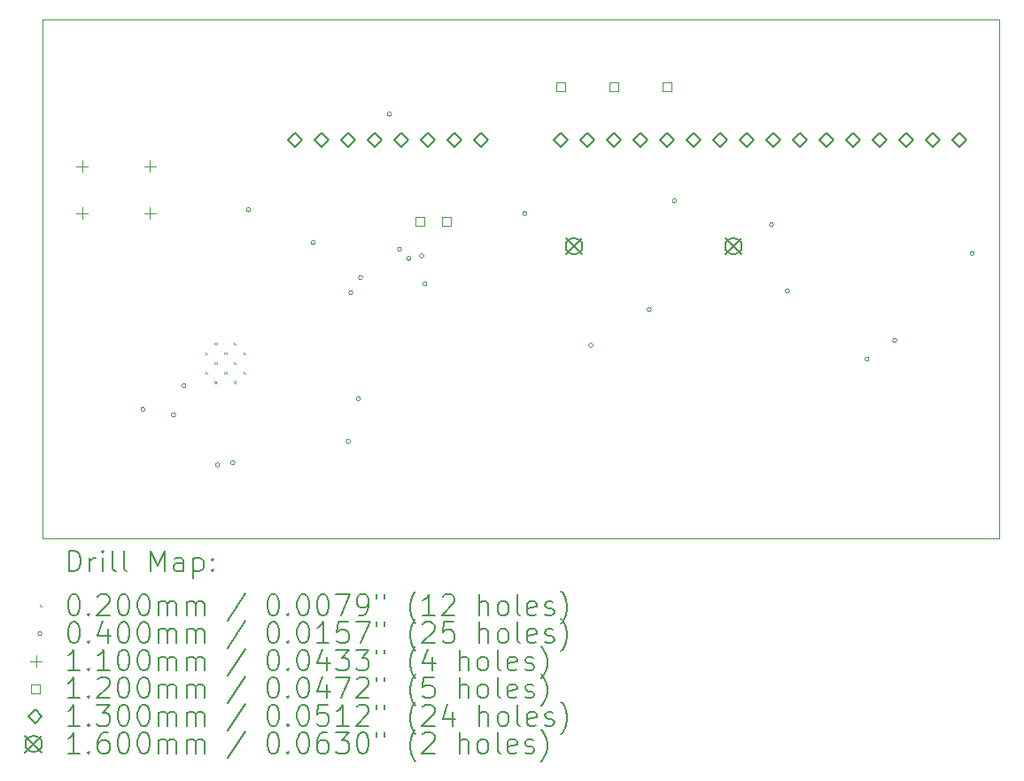
<source format=gbr>
%TF.GenerationSoftware,KiCad,Pcbnew,(6.0.8)*%
%TF.CreationDate,2022-12-01T23:19:17-05:00*%
%TF.ProjectId,HardwareDesign,48617264-7761-4726-9544-657369676e2e,1.0.*%
%TF.SameCoordinates,Original*%
%TF.FileFunction,Drillmap*%
%TF.FilePolarity,Positive*%
%FSLAX45Y45*%
G04 Gerber Fmt 4.5, Leading zero omitted, Abs format (unit mm)*
G04 Created by KiCad (PCBNEW (6.0.8)) date 2022-12-01 23:19:17*
%MOMM*%
%LPD*%
G01*
G04 APERTURE LIST*
%ADD10C,0.100000*%
%ADD11C,0.200000*%
%ADD12C,0.020000*%
%ADD13C,0.040000*%
%ADD14C,0.110000*%
%ADD15C,0.120000*%
%ADD16C,0.130000*%
%ADD17C,0.160000*%
G04 APERTURE END LIST*
D10*
X11938000Y-7482840D02*
X11940540Y-12443460D01*
X11940540Y-12443460D02*
X21084540Y-12446000D01*
X21082000Y-7485380D02*
X11938000Y-7482840D01*
X21084540Y-12446000D02*
X21082000Y-7485380D01*
D11*
D12*
X13492500Y-10666250D02*
X13512500Y-10686250D01*
X13512500Y-10666250D02*
X13492500Y-10686250D01*
X13492500Y-10849750D02*
X13512500Y-10869750D01*
X13512500Y-10849750D02*
X13492500Y-10869750D01*
X13584250Y-10574500D02*
X13604250Y-10594500D01*
X13604250Y-10574500D02*
X13584250Y-10594500D01*
X13584250Y-10758000D02*
X13604250Y-10778000D01*
X13604250Y-10758000D02*
X13584250Y-10778000D01*
X13584250Y-10941500D02*
X13604250Y-10961500D01*
X13604250Y-10941500D02*
X13584250Y-10961500D01*
X13676000Y-10666250D02*
X13696000Y-10686250D01*
X13696000Y-10666250D02*
X13676000Y-10686250D01*
X13676000Y-10849750D02*
X13696000Y-10869750D01*
X13696000Y-10849750D02*
X13676000Y-10869750D01*
X13767750Y-10574500D02*
X13787750Y-10594500D01*
X13787750Y-10574500D02*
X13767750Y-10594500D01*
X13767750Y-10758000D02*
X13787750Y-10778000D01*
X13787750Y-10758000D02*
X13767750Y-10778000D01*
X13767750Y-10941500D02*
X13787750Y-10961500D01*
X13787750Y-10941500D02*
X13767750Y-10961500D01*
X13859500Y-10666250D02*
X13879500Y-10686250D01*
X13879500Y-10666250D02*
X13859500Y-10686250D01*
X13859500Y-10849750D02*
X13879500Y-10869750D01*
X13879500Y-10849750D02*
X13859500Y-10869750D01*
D13*
X12918120Y-11211560D02*
G75*
G03*
X12918120Y-11211560I-20000J0D01*
G01*
X13210000Y-11262580D02*
G75*
G03*
X13210000Y-11262580I-20000J0D01*
G01*
X13309280Y-10985500D02*
G75*
G03*
X13309280Y-10985500I-20000J0D01*
G01*
X13631860Y-11742420D02*
G75*
G03*
X13631860Y-11742420I-20000J0D01*
G01*
X13776640Y-11722100D02*
G75*
G03*
X13776640Y-11722100I-20000J0D01*
G01*
X13926500Y-9304020D02*
G75*
G03*
X13926500Y-9304020I-20000J0D01*
G01*
X14546260Y-9616440D02*
G75*
G03*
X14546260Y-9616440I-20000J0D01*
G01*
X14881540Y-11518900D02*
G75*
G03*
X14881540Y-11518900I-20000J0D01*
G01*
X14904400Y-10096500D02*
G75*
G03*
X14904400Y-10096500I-20000J0D01*
G01*
X14978060Y-11109960D02*
G75*
G03*
X14978060Y-11109960I-20000J0D01*
G01*
X14998380Y-9951720D02*
G75*
G03*
X14998380Y-9951720I-20000J0D01*
G01*
X15272700Y-8389620D02*
G75*
G03*
X15272700Y-8389620I-20000J0D01*
G01*
X15371027Y-9682480D02*
G75*
G03*
X15371027Y-9682480I-20000J0D01*
G01*
X15458120Y-9768840D02*
G75*
G03*
X15458120Y-9768840I-20000J0D01*
G01*
X15582580Y-9745980D02*
G75*
G03*
X15582580Y-9745980I-20000J0D01*
G01*
X15613060Y-10010150D02*
G75*
G03*
X15613060Y-10010150I-20000J0D01*
G01*
X16568100Y-9339580D02*
G75*
G03*
X16568100Y-9339580I-20000J0D01*
G01*
X17199000Y-10600980D02*
G75*
G03*
X17199000Y-10600980I-20000J0D01*
G01*
X17756820Y-10256520D02*
G75*
G03*
X17756820Y-10256520I-20000J0D01*
G01*
X17998120Y-9217660D02*
G75*
G03*
X17998120Y-9217660I-20000J0D01*
G01*
X18925220Y-9446260D02*
G75*
G03*
X18925220Y-9446260I-20000J0D01*
G01*
X19077620Y-10078720D02*
G75*
G03*
X19077620Y-10078720I-20000J0D01*
G01*
X19837080Y-10731500D02*
G75*
G03*
X19837080Y-10731500I-20000J0D01*
G01*
X20103780Y-10551160D02*
G75*
G03*
X20103780Y-10551160I-20000J0D01*
G01*
X20845460Y-9720580D02*
G75*
G03*
X20845460Y-9720580I-20000J0D01*
G01*
D14*
X12316580Y-8830980D02*
X12316580Y-8940980D01*
X12261580Y-8885980D02*
X12371580Y-8885980D01*
X12316580Y-9280980D02*
X12316580Y-9390980D01*
X12261580Y-9335980D02*
X12371580Y-9335980D01*
X12966580Y-8830980D02*
X12966580Y-8940980D01*
X12911580Y-8885980D02*
X13021580Y-8885980D01*
X12966580Y-9280980D02*
X12966580Y-9390980D01*
X12911580Y-9335980D02*
X13021580Y-9335980D01*
D15*
X15584687Y-9455667D02*
X15584687Y-9370813D01*
X15499833Y-9370813D01*
X15499833Y-9455667D01*
X15584687Y-9455667D01*
X15838687Y-9455667D02*
X15838687Y-9370813D01*
X15753833Y-9370813D01*
X15753833Y-9455667D01*
X15838687Y-9455667D01*
X16935967Y-8167887D02*
X16935967Y-8083033D01*
X16851113Y-8083033D01*
X16851113Y-8167887D01*
X16935967Y-8167887D01*
X17443967Y-8167887D02*
X17443967Y-8083033D01*
X17359113Y-8083033D01*
X17359113Y-8167887D01*
X17443967Y-8167887D01*
X17951967Y-8167887D02*
X17951967Y-8083033D01*
X17867113Y-8083033D01*
X17867113Y-8167887D01*
X17951967Y-8167887D01*
D16*
X14351000Y-8701000D02*
X14416000Y-8636000D01*
X14351000Y-8571000D01*
X14286000Y-8636000D01*
X14351000Y-8701000D01*
X14605000Y-8701000D02*
X14670000Y-8636000D01*
X14605000Y-8571000D01*
X14540000Y-8636000D01*
X14605000Y-8701000D01*
X14859000Y-8701000D02*
X14924000Y-8636000D01*
X14859000Y-8571000D01*
X14794000Y-8636000D01*
X14859000Y-8701000D01*
X15113000Y-8701000D02*
X15178000Y-8636000D01*
X15113000Y-8571000D01*
X15048000Y-8636000D01*
X15113000Y-8701000D01*
X15367000Y-8701000D02*
X15432000Y-8636000D01*
X15367000Y-8571000D01*
X15302000Y-8636000D01*
X15367000Y-8701000D01*
X15621000Y-8701000D02*
X15686000Y-8636000D01*
X15621000Y-8571000D01*
X15556000Y-8636000D01*
X15621000Y-8701000D01*
X15875000Y-8701000D02*
X15940000Y-8636000D01*
X15875000Y-8571000D01*
X15810000Y-8636000D01*
X15875000Y-8701000D01*
X16129000Y-8701000D02*
X16194000Y-8636000D01*
X16129000Y-8571000D01*
X16064000Y-8636000D01*
X16129000Y-8701000D01*
X16891000Y-8701000D02*
X16956000Y-8636000D01*
X16891000Y-8571000D01*
X16826000Y-8636000D01*
X16891000Y-8701000D01*
X17145000Y-8701000D02*
X17210000Y-8636000D01*
X17145000Y-8571000D01*
X17080000Y-8636000D01*
X17145000Y-8701000D01*
X17399000Y-8701000D02*
X17464000Y-8636000D01*
X17399000Y-8571000D01*
X17334000Y-8636000D01*
X17399000Y-8701000D01*
X17653000Y-8701000D02*
X17718000Y-8636000D01*
X17653000Y-8571000D01*
X17588000Y-8636000D01*
X17653000Y-8701000D01*
X17907000Y-8701000D02*
X17972000Y-8636000D01*
X17907000Y-8571000D01*
X17842000Y-8636000D01*
X17907000Y-8701000D01*
X18161000Y-8701000D02*
X18226000Y-8636000D01*
X18161000Y-8571000D01*
X18096000Y-8636000D01*
X18161000Y-8701000D01*
X18415000Y-8701000D02*
X18480000Y-8636000D01*
X18415000Y-8571000D01*
X18350000Y-8636000D01*
X18415000Y-8701000D01*
X18669000Y-8701000D02*
X18734000Y-8636000D01*
X18669000Y-8571000D01*
X18604000Y-8636000D01*
X18669000Y-8701000D01*
X18923000Y-8701000D02*
X18988000Y-8636000D01*
X18923000Y-8571000D01*
X18858000Y-8636000D01*
X18923000Y-8701000D01*
X19177000Y-8701000D02*
X19242000Y-8636000D01*
X19177000Y-8571000D01*
X19112000Y-8636000D01*
X19177000Y-8701000D01*
X19431000Y-8701000D02*
X19496000Y-8636000D01*
X19431000Y-8571000D01*
X19366000Y-8636000D01*
X19431000Y-8701000D01*
X19685000Y-8701000D02*
X19750000Y-8636000D01*
X19685000Y-8571000D01*
X19620000Y-8636000D01*
X19685000Y-8701000D01*
X19939000Y-8701000D02*
X20004000Y-8636000D01*
X19939000Y-8571000D01*
X19874000Y-8636000D01*
X19939000Y-8701000D01*
X20193000Y-8701000D02*
X20258000Y-8636000D01*
X20193000Y-8571000D01*
X20128000Y-8636000D01*
X20193000Y-8701000D01*
X20447000Y-8701000D02*
X20512000Y-8636000D01*
X20447000Y-8571000D01*
X20382000Y-8636000D01*
X20447000Y-8701000D01*
X20701000Y-8701000D02*
X20766000Y-8636000D01*
X20701000Y-8571000D01*
X20636000Y-8636000D01*
X20701000Y-8701000D01*
D17*
X16938000Y-9572000D02*
X17098000Y-9732000D01*
X17098000Y-9572000D02*
X16938000Y-9732000D01*
X17098000Y-9652000D02*
G75*
G03*
X17098000Y-9652000I-80000J0D01*
G01*
X18462000Y-9572000D02*
X18622000Y-9732000D01*
X18622000Y-9572000D02*
X18462000Y-9732000D01*
X18622000Y-9652000D02*
G75*
G03*
X18622000Y-9652000I-80000J0D01*
G01*
D11*
X12190619Y-12761476D02*
X12190619Y-12561476D01*
X12238238Y-12561476D01*
X12266809Y-12571000D01*
X12285857Y-12590048D01*
X12295381Y-12609095D01*
X12304905Y-12647190D01*
X12304905Y-12675762D01*
X12295381Y-12713857D01*
X12285857Y-12732905D01*
X12266809Y-12751952D01*
X12238238Y-12761476D01*
X12190619Y-12761476D01*
X12390619Y-12761476D02*
X12390619Y-12628143D01*
X12390619Y-12666238D02*
X12400143Y-12647190D01*
X12409667Y-12637667D01*
X12428714Y-12628143D01*
X12447762Y-12628143D01*
X12514428Y-12761476D02*
X12514428Y-12628143D01*
X12514428Y-12561476D02*
X12504905Y-12571000D01*
X12514428Y-12580524D01*
X12523952Y-12571000D01*
X12514428Y-12561476D01*
X12514428Y-12580524D01*
X12638238Y-12761476D02*
X12619190Y-12751952D01*
X12609667Y-12732905D01*
X12609667Y-12561476D01*
X12743000Y-12761476D02*
X12723952Y-12751952D01*
X12714428Y-12732905D01*
X12714428Y-12561476D01*
X12971571Y-12761476D02*
X12971571Y-12561476D01*
X13038238Y-12704333D01*
X13104905Y-12561476D01*
X13104905Y-12761476D01*
X13285857Y-12761476D02*
X13285857Y-12656714D01*
X13276333Y-12637667D01*
X13257286Y-12628143D01*
X13219190Y-12628143D01*
X13200143Y-12637667D01*
X13285857Y-12751952D02*
X13266809Y-12761476D01*
X13219190Y-12761476D01*
X13200143Y-12751952D01*
X13190619Y-12732905D01*
X13190619Y-12713857D01*
X13200143Y-12694809D01*
X13219190Y-12685286D01*
X13266809Y-12685286D01*
X13285857Y-12675762D01*
X13381095Y-12628143D02*
X13381095Y-12828143D01*
X13381095Y-12637667D02*
X13400143Y-12628143D01*
X13438238Y-12628143D01*
X13457286Y-12637667D01*
X13466809Y-12647190D01*
X13476333Y-12666238D01*
X13476333Y-12723381D01*
X13466809Y-12742428D01*
X13457286Y-12751952D01*
X13438238Y-12761476D01*
X13400143Y-12761476D01*
X13381095Y-12751952D01*
X13562048Y-12742428D02*
X13571571Y-12751952D01*
X13562048Y-12761476D01*
X13552524Y-12751952D01*
X13562048Y-12742428D01*
X13562048Y-12761476D01*
X13562048Y-12637667D02*
X13571571Y-12647190D01*
X13562048Y-12656714D01*
X13552524Y-12647190D01*
X13562048Y-12637667D01*
X13562048Y-12656714D01*
D12*
X11913000Y-13081000D02*
X11933000Y-13101000D01*
X11933000Y-13081000D02*
X11913000Y-13101000D01*
D11*
X12228714Y-12981476D02*
X12247762Y-12981476D01*
X12266809Y-12991000D01*
X12276333Y-13000524D01*
X12285857Y-13019571D01*
X12295381Y-13057667D01*
X12295381Y-13105286D01*
X12285857Y-13143381D01*
X12276333Y-13162428D01*
X12266809Y-13171952D01*
X12247762Y-13181476D01*
X12228714Y-13181476D01*
X12209667Y-13171952D01*
X12200143Y-13162428D01*
X12190619Y-13143381D01*
X12181095Y-13105286D01*
X12181095Y-13057667D01*
X12190619Y-13019571D01*
X12200143Y-13000524D01*
X12209667Y-12991000D01*
X12228714Y-12981476D01*
X12381095Y-13162428D02*
X12390619Y-13171952D01*
X12381095Y-13181476D01*
X12371571Y-13171952D01*
X12381095Y-13162428D01*
X12381095Y-13181476D01*
X12466809Y-13000524D02*
X12476333Y-12991000D01*
X12495381Y-12981476D01*
X12543000Y-12981476D01*
X12562048Y-12991000D01*
X12571571Y-13000524D01*
X12581095Y-13019571D01*
X12581095Y-13038619D01*
X12571571Y-13067190D01*
X12457286Y-13181476D01*
X12581095Y-13181476D01*
X12704905Y-12981476D02*
X12723952Y-12981476D01*
X12743000Y-12991000D01*
X12752524Y-13000524D01*
X12762048Y-13019571D01*
X12771571Y-13057667D01*
X12771571Y-13105286D01*
X12762048Y-13143381D01*
X12752524Y-13162428D01*
X12743000Y-13171952D01*
X12723952Y-13181476D01*
X12704905Y-13181476D01*
X12685857Y-13171952D01*
X12676333Y-13162428D01*
X12666809Y-13143381D01*
X12657286Y-13105286D01*
X12657286Y-13057667D01*
X12666809Y-13019571D01*
X12676333Y-13000524D01*
X12685857Y-12991000D01*
X12704905Y-12981476D01*
X12895381Y-12981476D02*
X12914428Y-12981476D01*
X12933476Y-12991000D01*
X12943000Y-13000524D01*
X12952524Y-13019571D01*
X12962048Y-13057667D01*
X12962048Y-13105286D01*
X12952524Y-13143381D01*
X12943000Y-13162428D01*
X12933476Y-13171952D01*
X12914428Y-13181476D01*
X12895381Y-13181476D01*
X12876333Y-13171952D01*
X12866809Y-13162428D01*
X12857286Y-13143381D01*
X12847762Y-13105286D01*
X12847762Y-13057667D01*
X12857286Y-13019571D01*
X12866809Y-13000524D01*
X12876333Y-12991000D01*
X12895381Y-12981476D01*
X13047762Y-13181476D02*
X13047762Y-13048143D01*
X13047762Y-13067190D02*
X13057286Y-13057667D01*
X13076333Y-13048143D01*
X13104905Y-13048143D01*
X13123952Y-13057667D01*
X13133476Y-13076714D01*
X13133476Y-13181476D01*
X13133476Y-13076714D02*
X13143000Y-13057667D01*
X13162048Y-13048143D01*
X13190619Y-13048143D01*
X13209667Y-13057667D01*
X13219190Y-13076714D01*
X13219190Y-13181476D01*
X13314428Y-13181476D02*
X13314428Y-13048143D01*
X13314428Y-13067190D02*
X13323952Y-13057667D01*
X13343000Y-13048143D01*
X13371571Y-13048143D01*
X13390619Y-13057667D01*
X13400143Y-13076714D01*
X13400143Y-13181476D01*
X13400143Y-13076714D02*
X13409667Y-13057667D01*
X13428714Y-13048143D01*
X13457286Y-13048143D01*
X13476333Y-13057667D01*
X13485857Y-13076714D01*
X13485857Y-13181476D01*
X13876333Y-12971952D02*
X13704905Y-13229095D01*
X14133476Y-12981476D02*
X14152524Y-12981476D01*
X14171571Y-12991000D01*
X14181095Y-13000524D01*
X14190619Y-13019571D01*
X14200143Y-13057667D01*
X14200143Y-13105286D01*
X14190619Y-13143381D01*
X14181095Y-13162428D01*
X14171571Y-13171952D01*
X14152524Y-13181476D01*
X14133476Y-13181476D01*
X14114428Y-13171952D01*
X14104905Y-13162428D01*
X14095381Y-13143381D01*
X14085857Y-13105286D01*
X14085857Y-13057667D01*
X14095381Y-13019571D01*
X14104905Y-13000524D01*
X14114428Y-12991000D01*
X14133476Y-12981476D01*
X14285857Y-13162428D02*
X14295381Y-13171952D01*
X14285857Y-13181476D01*
X14276333Y-13171952D01*
X14285857Y-13162428D01*
X14285857Y-13181476D01*
X14419190Y-12981476D02*
X14438238Y-12981476D01*
X14457286Y-12991000D01*
X14466809Y-13000524D01*
X14476333Y-13019571D01*
X14485857Y-13057667D01*
X14485857Y-13105286D01*
X14476333Y-13143381D01*
X14466809Y-13162428D01*
X14457286Y-13171952D01*
X14438238Y-13181476D01*
X14419190Y-13181476D01*
X14400143Y-13171952D01*
X14390619Y-13162428D01*
X14381095Y-13143381D01*
X14371571Y-13105286D01*
X14371571Y-13057667D01*
X14381095Y-13019571D01*
X14390619Y-13000524D01*
X14400143Y-12991000D01*
X14419190Y-12981476D01*
X14609667Y-12981476D02*
X14628714Y-12981476D01*
X14647762Y-12991000D01*
X14657286Y-13000524D01*
X14666809Y-13019571D01*
X14676333Y-13057667D01*
X14676333Y-13105286D01*
X14666809Y-13143381D01*
X14657286Y-13162428D01*
X14647762Y-13171952D01*
X14628714Y-13181476D01*
X14609667Y-13181476D01*
X14590619Y-13171952D01*
X14581095Y-13162428D01*
X14571571Y-13143381D01*
X14562048Y-13105286D01*
X14562048Y-13057667D01*
X14571571Y-13019571D01*
X14581095Y-13000524D01*
X14590619Y-12991000D01*
X14609667Y-12981476D01*
X14743000Y-12981476D02*
X14876333Y-12981476D01*
X14790619Y-13181476D01*
X14962048Y-13181476D02*
X15000143Y-13181476D01*
X15019190Y-13171952D01*
X15028714Y-13162428D01*
X15047762Y-13133857D01*
X15057286Y-13095762D01*
X15057286Y-13019571D01*
X15047762Y-13000524D01*
X15038238Y-12991000D01*
X15019190Y-12981476D01*
X14981095Y-12981476D01*
X14962048Y-12991000D01*
X14952524Y-13000524D01*
X14943000Y-13019571D01*
X14943000Y-13067190D01*
X14952524Y-13086238D01*
X14962048Y-13095762D01*
X14981095Y-13105286D01*
X15019190Y-13105286D01*
X15038238Y-13095762D01*
X15047762Y-13086238D01*
X15057286Y-13067190D01*
X15133476Y-12981476D02*
X15133476Y-13019571D01*
X15209667Y-12981476D02*
X15209667Y-13019571D01*
X15504905Y-13257667D02*
X15495381Y-13248143D01*
X15476333Y-13219571D01*
X15466809Y-13200524D01*
X15457286Y-13171952D01*
X15447762Y-13124333D01*
X15447762Y-13086238D01*
X15457286Y-13038619D01*
X15466809Y-13010048D01*
X15476333Y-12991000D01*
X15495381Y-12962428D01*
X15504905Y-12952905D01*
X15685857Y-13181476D02*
X15571571Y-13181476D01*
X15628714Y-13181476D02*
X15628714Y-12981476D01*
X15609667Y-13010048D01*
X15590619Y-13029095D01*
X15571571Y-13038619D01*
X15762048Y-13000524D02*
X15771571Y-12991000D01*
X15790619Y-12981476D01*
X15838238Y-12981476D01*
X15857286Y-12991000D01*
X15866809Y-13000524D01*
X15876333Y-13019571D01*
X15876333Y-13038619D01*
X15866809Y-13067190D01*
X15752524Y-13181476D01*
X15876333Y-13181476D01*
X16114428Y-13181476D02*
X16114428Y-12981476D01*
X16200143Y-13181476D02*
X16200143Y-13076714D01*
X16190619Y-13057667D01*
X16171571Y-13048143D01*
X16143000Y-13048143D01*
X16123952Y-13057667D01*
X16114428Y-13067190D01*
X16323952Y-13181476D02*
X16304905Y-13171952D01*
X16295381Y-13162428D01*
X16285857Y-13143381D01*
X16285857Y-13086238D01*
X16295381Y-13067190D01*
X16304905Y-13057667D01*
X16323952Y-13048143D01*
X16352524Y-13048143D01*
X16371571Y-13057667D01*
X16381095Y-13067190D01*
X16390619Y-13086238D01*
X16390619Y-13143381D01*
X16381095Y-13162428D01*
X16371571Y-13171952D01*
X16352524Y-13181476D01*
X16323952Y-13181476D01*
X16504905Y-13181476D02*
X16485857Y-13171952D01*
X16476333Y-13152905D01*
X16476333Y-12981476D01*
X16657286Y-13171952D02*
X16638238Y-13181476D01*
X16600143Y-13181476D01*
X16581095Y-13171952D01*
X16571571Y-13152905D01*
X16571571Y-13076714D01*
X16581095Y-13057667D01*
X16600143Y-13048143D01*
X16638238Y-13048143D01*
X16657286Y-13057667D01*
X16666809Y-13076714D01*
X16666809Y-13095762D01*
X16571571Y-13114809D01*
X16743000Y-13171952D02*
X16762048Y-13181476D01*
X16800143Y-13181476D01*
X16819190Y-13171952D01*
X16828714Y-13152905D01*
X16828714Y-13143381D01*
X16819190Y-13124333D01*
X16800143Y-13114809D01*
X16771571Y-13114809D01*
X16752524Y-13105286D01*
X16743000Y-13086238D01*
X16743000Y-13076714D01*
X16752524Y-13057667D01*
X16771571Y-13048143D01*
X16800143Y-13048143D01*
X16819190Y-13057667D01*
X16895381Y-13257667D02*
X16904905Y-13248143D01*
X16923952Y-13219571D01*
X16933476Y-13200524D01*
X16943000Y-13171952D01*
X16952524Y-13124333D01*
X16952524Y-13086238D01*
X16943000Y-13038619D01*
X16933476Y-13010048D01*
X16923952Y-12991000D01*
X16904905Y-12962428D01*
X16895381Y-12952905D01*
D13*
X11933000Y-13355000D02*
G75*
G03*
X11933000Y-13355000I-20000J0D01*
G01*
D11*
X12228714Y-13245476D02*
X12247762Y-13245476D01*
X12266809Y-13255000D01*
X12276333Y-13264524D01*
X12285857Y-13283571D01*
X12295381Y-13321667D01*
X12295381Y-13369286D01*
X12285857Y-13407381D01*
X12276333Y-13426428D01*
X12266809Y-13435952D01*
X12247762Y-13445476D01*
X12228714Y-13445476D01*
X12209667Y-13435952D01*
X12200143Y-13426428D01*
X12190619Y-13407381D01*
X12181095Y-13369286D01*
X12181095Y-13321667D01*
X12190619Y-13283571D01*
X12200143Y-13264524D01*
X12209667Y-13255000D01*
X12228714Y-13245476D01*
X12381095Y-13426428D02*
X12390619Y-13435952D01*
X12381095Y-13445476D01*
X12371571Y-13435952D01*
X12381095Y-13426428D01*
X12381095Y-13445476D01*
X12562048Y-13312143D02*
X12562048Y-13445476D01*
X12514428Y-13235952D02*
X12466809Y-13378809D01*
X12590619Y-13378809D01*
X12704905Y-13245476D02*
X12723952Y-13245476D01*
X12743000Y-13255000D01*
X12752524Y-13264524D01*
X12762048Y-13283571D01*
X12771571Y-13321667D01*
X12771571Y-13369286D01*
X12762048Y-13407381D01*
X12752524Y-13426428D01*
X12743000Y-13435952D01*
X12723952Y-13445476D01*
X12704905Y-13445476D01*
X12685857Y-13435952D01*
X12676333Y-13426428D01*
X12666809Y-13407381D01*
X12657286Y-13369286D01*
X12657286Y-13321667D01*
X12666809Y-13283571D01*
X12676333Y-13264524D01*
X12685857Y-13255000D01*
X12704905Y-13245476D01*
X12895381Y-13245476D02*
X12914428Y-13245476D01*
X12933476Y-13255000D01*
X12943000Y-13264524D01*
X12952524Y-13283571D01*
X12962048Y-13321667D01*
X12962048Y-13369286D01*
X12952524Y-13407381D01*
X12943000Y-13426428D01*
X12933476Y-13435952D01*
X12914428Y-13445476D01*
X12895381Y-13445476D01*
X12876333Y-13435952D01*
X12866809Y-13426428D01*
X12857286Y-13407381D01*
X12847762Y-13369286D01*
X12847762Y-13321667D01*
X12857286Y-13283571D01*
X12866809Y-13264524D01*
X12876333Y-13255000D01*
X12895381Y-13245476D01*
X13047762Y-13445476D02*
X13047762Y-13312143D01*
X13047762Y-13331190D02*
X13057286Y-13321667D01*
X13076333Y-13312143D01*
X13104905Y-13312143D01*
X13123952Y-13321667D01*
X13133476Y-13340714D01*
X13133476Y-13445476D01*
X13133476Y-13340714D02*
X13143000Y-13321667D01*
X13162048Y-13312143D01*
X13190619Y-13312143D01*
X13209667Y-13321667D01*
X13219190Y-13340714D01*
X13219190Y-13445476D01*
X13314428Y-13445476D02*
X13314428Y-13312143D01*
X13314428Y-13331190D02*
X13323952Y-13321667D01*
X13343000Y-13312143D01*
X13371571Y-13312143D01*
X13390619Y-13321667D01*
X13400143Y-13340714D01*
X13400143Y-13445476D01*
X13400143Y-13340714D02*
X13409667Y-13321667D01*
X13428714Y-13312143D01*
X13457286Y-13312143D01*
X13476333Y-13321667D01*
X13485857Y-13340714D01*
X13485857Y-13445476D01*
X13876333Y-13235952D02*
X13704905Y-13493095D01*
X14133476Y-13245476D02*
X14152524Y-13245476D01*
X14171571Y-13255000D01*
X14181095Y-13264524D01*
X14190619Y-13283571D01*
X14200143Y-13321667D01*
X14200143Y-13369286D01*
X14190619Y-13407381D01*
X14181095Y-13426428D01*
X14171571Y-13435952D01*
X14152524Y-13445476D01*
X14133476Y-13445476D01*
X14114428Y-13435952D01*
X14104905Y-13426428D01*
X14095381Y-13407381D01*
X14085857Y-13369286D01*
X14085857Y-13321667D01*
X14095381Y-13283571D01*
X14104905Y-13264524D01*
X14114428Y-13255000D01*
X14133476Y-13245476D01*
X14285857Y-13426428D02*
X14295381Y-13435952D01*
X14285857Y-13445476D01*
X14276333Y-13435952D01*
X14285857Y-13426428D01*
X14285857Y-13445476D01*
X14419190Y-13245476D02*
X14438238Y-13245476D01*
X14457286Y-13255000D01*
X14466809Y-13264524D01*
X14476333Y-13283571D01*
X14485857Y-13321667D01*
X14485857Y-13369286D01*
X14476333Y-13407381D01*
X14466809Y-13426428D01*
X14457286Y-13435952D01*
X14438238Y-13445476D01*
X14419190Y-13445476D01*
X14400143Y-13435952D01*
X14390619Y-13426428D01*
X14381095Y-13407381D01*
X14371571Y-13369286D01*
X14371571Y-13321667D01*
X14381095Y-13283571D01*
X14390619Y-13264524D01*
X14400143Y-13255000D01*
X14419190Y-13245476D01*
X14676333Y-13445476D02*
X14562048Y-13445476D01*
X14619190Y-13445476D02*
X14619190Y-13245476D01*
X14600143Y-13274048D01*
X14581095Y-13293095D01*
X14562048Y-13302619D01*
X14857286Y-13245476D02*
X14762048Y-13245476D01*
X14752524Y-13340714D01*
X14762048Y-13331190D01*
X14781095Y-13321667D01*
X14828714Y-13321667D01*
X14847762Y-13331190D01*
X14857286Y-13340714D01*
X14866809Y-13359762D01*
X14866809Y-13407381D01*
X14857286Y-13426428D01*
X14847762Y-13435952D01*
X14828714Y-13445476D01*
X14781095Y-13445476D01*
X14762048Y-13435952D01*
X14752524Y-13426428D01*
X14933476Y-13245476D02*
X15066809Y-13245476D01*
X14981095Y-13445476D01*
X15133476Y-13245476D02*
X15133476Y-13283571D01*
X15209667Y-13245476D02*
X15209667Y-13283571D01*
X15504905Y-13521667D02*
X15495381Y-13512143D01*
X15476333Y-13483571D01*
X15466809Y-13464524D01*
X15457286Y-13435952D01*
X15447762Y-13388333D01*
X15447762Y-13350238D01*
X15457286Y-13302619D01*
X15466809Y-13274048D01*
X15476333Y-13255000D01*
X15495381Y-13226428D01*
X15504905Y-13216905D01*
X15571571Y-13264524D02*
X15581095Y-13255000D01*
X15600143Y-13245476D01*
X15647762Y-13245476D01*
X15666809Y-13255000D01*
X15676333Y-13264524D01*
X15685857Y-13283571D01*
X15685857Y-13302619D01*
X15676333Y-13331190D01*
X15562048Y-13445476D01*
X15685857Y-13445476D01*
X15866809Y-13245476D02*
X15771571Y-13245476D01*
X15762048Y-13340714D01*
X15771571Y-13331190D01*
X15790619Y-13321667D01*
X15838238Y-13321667D01*
X15857286Y-13331190D01*
X15866809Y-13340714D01*
X15876333Y-13359762D01*
X15876333Y-13407381D01*
X15866809Y-13426428D01*
X15857286Y-13435952D01*
X15838238Y-13445476D01*
X15790619Y-13445476D01*
X15771571Y-13435952D01*
X15762048Y-13426428D01*
X16114428Y-13445476D02*
X16114428Y-13245476D01*
X16200143Y-13445476D02*
X16200143Y-13340714D01*
X16190619Y-13321667D01*
X16171571Y-13312143D01*
X16143000Y-13312143D01*
X16123952Y-13321667D01*
X16114428Y-13331190D01*
X16323952Y-13445476D02*
X16304905Y-13435952D01*
X16295381Y-13426428D01*
X16285857Y-13407381D01*
X16285857Y-13350238D01*
X16295381Y-13331190D01*
X16304905Y-13321667D01*
X16323952Y-13312143D01*
X16352524Y-13312143D01*
X16371571Y-13321667D01*
X16381095Y-13331190D01*
X16390619Y-13350238D01*
X16390619Y-13407381D01*
X16381095Y-13426428D01*
X16371571Y-13435952D01*
X16352524Y-13445476D01*
X16323952Y-13445476D01*
X16504905Y-13445476D02*
X16485857Y-13435952D01*
X16476333Y-13416905D01*
X16476333Y-13245476D01*
X16657286Y-13435952D02*
X16638238Y-13445476D01*
X16600143Y-13445476D01*
X16581095Y-13435952D01*
X16571571Y-13416905D01*
X16571571Y-13340714D01*
X16581095Y-13321667D01*
X16600143Y-13312143D01*
X16638238Y-13312143D01*
X16657286Y-13321667D01*
X16666809Y-13340714D01*
X16666809Y-13359762D01*
X16571571Y-13378809D01*
X16743000Y-13435952D02*
X16762048Y-13445476D01*
X16800143Y-13445476D01*
X16819190Y-13435952D01*
X16828714Y-13416905D01*
X16828714Y-13407381D01*
X16819190Y-13388333D01*
X16800143Y-13378809D01*
X16771571Y-13378809D01*
X16752524Y-13369286D01*
X16743000Y-13350238D01*
X16743000Y-13340714D01*
X16752524Y-13321667D01*
X16771571Y-13312143D01*
X16800143Y-13312143D01*
X16819190Y-13321667D01*
X16895381Y-13521667D02*
X16904905Y-13512143D01*
X16923952Y-13483571D01*
X16933476Y-13464524D01*
X16943000Y-13435952D01*
X16952524Y-13388333D01*
X16952524Y-13350238D01*
X16943000Y-13302619D01*
X16933476Y-13274048D01*
X16923952Y-13255000D01*
X16904905Y-13226428D01*
X16895381Y-13216905D01*
D14*
X11878000Y-13564000D02*
X11878000Y-13674000D01*
X11823000Y-13619000D02*
X11933000Y-13619000D01*
D11*
X12295381Y-13709476D02*
X12181095Y-13709476D01*
X12238238Y-13709476D02*
X12238238Y-13509476D01*
X12219190Y-13538048D01*
X12200143Y-13557095D01*
X12181095Y-13566619D01*
X12381095Y-13690428D02*
X12390619Y-13699952D01*
X12381095Y-13709476D01*
X12371571Y-13699952D01*
X12381095Y-13690428D01*
X12381095Y-13709476D01*
X12581095Y-13709476D02*
X12466809Y-13709476D01*
X12523952Y-13709476D02*
X12523952Y-13509476D01*
X12504905Y-13538048D01*
X12485857Y-13557095D01*
X12466809Y-13566619D01*
X12704905Y-13509476D02*
X12723952Y-13509476D01*
X12743000Y-13519000D01*
X12752524Y-13528524D01*
X12762048Y-13547571D01*
X12771571Y-13585667D01*
X12771571Y-13633286D01*
X12762048Y-13671381D01*
X12752524Y-13690428D01*
X12743000Y-13699952D01*
X12723952Y-13709476D01*
X12704905Y-13709476D01*
X12685857Y-13699952D01*
X12676333Y-13690428D01*
X12666809Y-13671381D01*
X12657286Y-13633286D01*
X12657286Y-13585667D01*
X12666809Y-13547571D01*
X12676333Y-13528524D01*
X12685857Y-13519000D01*
X12704905Y-13509476D01*
X12895381Y-13509476D02*
X12914428Y-13509476D01*
X12933476Y-13519000D01*
X12943000Y-13528524D01*
X12952524Y-13547571D01*
X12962048Y-13585667D01*
X12962048Y-13633286D01*
X12952524Y-13671381D01*
X12943000Y-13690428D01*
X12933476Y-13699952D01*
X12914428Y-13709476D01*
X12895381Y-13709476D01*
X12876333Y-13699952D01*
X12866809Y-13690428D01*
X12857286Y-13671381D01*
X12847762Y-13633286D01*
X12847762Y-13585667D01*
X12857286Y-13547571D01*
X12866809Y-13528524D01*
X12876333Y-13519000D01*
X12895381Y-13509476D01*
X13047762Y-13709476D02*
X13047762Y-13576143D01*
X13047762Y-13595190D02*
X13057286Y-13585667D01*
X13076333Y-13576143D01*
X13104905Y-13576143D01*
X13123952Y-13585667D01*
X13133476Y-13604714D01*
X13133476Y-13709476D01*
X13133476Y-13604714D02*
X13143000Y-13585667D01*
X13162048Y-13576143D01*
X13190619Y-13576143D01*
X13209667Y-13585667D01*
X13219190Y-13604714D01*
X13219190Y-13709476D01*
X13314428Y-13709476D02*
X13314428Y-13576143D01*
X13314428Y-13595190D02*
X13323952Y-13585667D01*
X13343000Y-13576143D01*
X13371571Y-13576143D01*
X13390619Y-13585667D01*
X13400143Y-13604714D01*
X13400143Y-13709476D01*
X13400143Y-13604714D02*
X13409667Y-13585667D01*
X13428714Y-13576143D01*
X13457286Y-13576143D01*
X13476333Y-13585667D01*
X13485857Y-13604714D01*
X13485857Y-13709476D01*
X13876333Y-13499952D02*
X13704905Y-13757095D01*
X14133476Y-13509476D02*
X14152524Y-13509476D01*
X14171571Y-13519000D01*
X14181095Y-13528524D01*
X14190619Y-13547571D01*
X14200143Y-13585667D01*
X14200143Y-13633286D01*
X14190619Y-13671381D01*
X14181095Y-13690428D01*
X14171571Y-13699952D01*
X14152524Y-13709476D01*
X14133476Y-13709476D01*
X14114428Y-13699952D01*
X14104905Y-13690428D01*
X14095381Y-13671381D01*
X14085857Y-13633286D01*
X14085857Y-13585667D01*
X14095381Y-13547571D01*
X14104905Y-13528524D01*
X14114428Y-13519000D01*
X14133476Y-13509476D01*
X14285857Y-13690428D02*
X14295381Y-13699952D01*
X14285857Y-13709476D01*
X14276333Y-13699952D01*
X14285857Y-13690428D01*
X14285857Y-13709476D01*
X14419190Y-13509476D02*
X14438238Y-13509476D01*
X14457286Y-13519000D01*
X14466809Y-13528524D01*
X14476333Y-13547571D01*
X14485857Y-13585667D01*
X14485857Y-13633286D01*
X14476333Y-13671381D01*
X14466809Y-13690428D01*
X14457286Y-13699952D01*
X14438238Y-13709476D01*
X14419190Y-13709476D01*
X14400143Y-13699952D01*
X14390619Y-13690428D01*
X14381095Y-13671381D01*
X14371571Y-13633286D01*
X14371571Y-13585667D01*
X14381095Y-13547571D01*
X14390619Y-13528524D01*
X14400143Y-13519000D01*
X14419190Y-13509476D01*
X14657286Y-13576143D02*
X14657286Y-13709476D01*
X14609667Y-13499952D02*
X14562048Y-13642809D01*
X14685857Y-13642809D01*
X14743000Y-13509476D02*
X14866809Y-13509476D01*
X14800143Y-13585667D01*
X14828714Y-13585667D01*
X14847762Y-13595190D01*
X14857286Y-13604714D01*
X14866809Y-13623762D01*
X14866809Y-13671381D01*
X14857286Y-13690428D01*
X14847762Y-13699952D01*
X14828714Y-13709476D01*
X14771571Y-13709476D01*
X14752524Y-13699952D01*
X14743000Y-13690428D01*
X14933476Y-13509476D02*
X15057286Y-13509476D01*
X14990619Y-13585667D01*
X15019190Y-13585667D01*
X15038238Y-13595190D01*
X15047762Y-13604714D01*
X15057286Y-13623762D01*
X15057286Y-13671381D01*
X15047762Y-13690428D01*
X15038238Y-13699952D01*
X15019190Y-13709476D01*
X14962048Y-13709476D01*
X14943000Y-13699952D01*
X14933476Y-13690428D01*
X15133476Y-13509476D02*
X15133476Y-13547571D01*
X15209667Y-13509476D02*
X15209667Y-13547571D01*
X15504905Y-13785667D02*
X15495381Y-13776143D01*
X15476333Y-13747571D01*
X15466809Y-13728524D01*
X15457286Y-13699952D01*
X15447762Y-13652333D01*
X15447762Y-13614238D01*
X15457286Y-13566619D01*
X15466809Y-13538048D01*
X15476333Y-13519000D01*
X15495381Y-13490428D01*
X15504905Y-13480905D01*
X15666809Y-13576143D02*
X15666809Y-13709476D01*
X15619190Y-13499952D02*
X15571571Y-13642809D01*
X15695381Y-13642809D01*
X15923952Y-13709476D02*
X15923952Y-13509476D01*
X16009667Y-13709476D02*
X16009667Y-13604714D01*
X16000143Y-13585667D01*
X15981095Y-13576143D01*
X15952524Y-13576143D01*
X15933476Y-13585667D01*
X15923952Y-13595190D01*
X16133476Y-13709476D02*
X16114428Y-13699952D01*
X16104905Y-13690428D01*
X16095381Y-13671381D01*
X16095381Y-13614238D01*
X16104905Y-13595190D01*
X16114428Y-13585667D01*
X16133476Y-13576143D01*
X16162048Y-13576143D01*
X16181095Y-13585667D01*
X16190619Y-13595190D01*
X16200143Y-13614238D01*
X16200143Y-13671381D01*
X16190619Y-13690428D01*
X16181095Y-13699952D01*
X16162048Y-13709476D01*
X16133476Y-13709476D01*
X16314428Y-13709476D02*
X16295381Y-13699952D01*
X16285857Y-13680905D01*
X16285857Y-13509476D01*
X16466809Y-13699952D02*
X16447762Y-13709476D01*
X16409667Y-13709476D01*
X16390619Y-13699952D01*
X16381095Y-13680905D01*
X16381095Y-13604714D01*
X16390619Y-13585667D01*
X16409667Y-13576143D01*
X16447762Y-13576143D01*
X16466809Y-13585667D01*
X16476333Y-13604714D01*
X16476333Y-13623762D01*
X16381095Y-13642809D01*
X16552524Y-13699952D02*
X16571571Y-13709476D01*
X16609667Y-13709476D01*
X16628714Y-13699952D01*
X16638238Y-13680905D01*
X16638238Y-13671381D01*
X16628714Y-13652333D01*
X16609667Y-13642809D01*
X16581095Y-13642809D01*
X16562048Y-13633286D01*
X16552524Y-13614238D01*
X16552524Y-13604714D01*
X16562048Y-13585667D01*
X16581095Y-13576143D01*
X16609667Y-13576143D01*
X16628714Y-13585667D01*
X16704905Y-13785667D02*
X16714428Y-13776143D01*
X16733476Y-13747571D01*
X16743000Y-13728524D01*
X16752524Y-13699952D01*
X16762048Y-13652333D01*
X16762048Y-13614238D01*
X16752524Y-13566619D01*
X16743000Y-13538048D01*
X16733476Y-13519000D01*
X16714428Y-13490428D01*
X16704905Y-13480905D01*
D15*
X11915427Y-13925427D02*
X11915427Y-13840573D01*
X11830573Y-13840573D01*
X11830573Y-13925427D01*
X11915427Y-13925427D01*
D11*
X12295381Y-13973476D02*
X12181095Y-13973476D01*
X12238238Y-13973476D02*
X12238238Y-13773476D01*
X12219190Y-13802048D01*
X12200143Y-13821095D01*
X12181095Y-13830619D01*
X12381095Y-13954428D02*
X12390619Y-13963952D01*
X12381095Y-13973476D01*
X12371571Y-13963952D01*
X12381095Y-13954428D01*
X12381095Y-13973476D01*
X12466809Y-13792524D02*
X12476333Y-13783000D01*
X12495381Y-13773476D01*
X12543000Y-13773476D01*
X12562048Y-13783000D01*
X12571571Y-13792524D01*
X12581095Y-13811571D01*
X12581095Y-13830619D01*
X12571571Y-13859190D01*
X12457286Y-13973476D01*
X12581095Y-13973476D01*
X12704905Y-13773476D02*
X12723952Y-13773476D01*
X12743000Y-13783000D01*
X12752524Y-13792524D01*
X12762048Y-13811571D01*
X12771571Y-13849667D01*
X12771571Y-13897286D01*
X12762048Y-13935381D01*
X12752524Y-13954428D01*
X12743000Y-13963952D01*
X12723952Y-13973476D01*
X12704905Y-13973476D01*
X12685857Y-13963952D01*
X12676333Y-13954428D01*
X12666809Y-13935381D01*
X12657286Y-13897286D01*
X12657286Y-13849667D01*
X12666809Y-13811571D01*
X12676333Y-13792524D01*
X12685857Y-13783000D01*
X12704905Y-13773476D01*
X12895381Y-13773476D02*
X12914428Y-13773476D01*
X12933476Y-13783000D01*
X12943000Y-13792524D01*
X12952524Y-13811571D01*
X12962048Y-13849667D01*
X12962048Y-13897286D01*
X12952524Y-13935381D01*
X12943000Y-13954428D01*
X12933476Y-13963952D01*
X12914428Y-13973476D01*
X12895381Y-13973476D01*
X12876333Y-13963952D01*
X12866809Y-13954428D01*
X12857286Y-13935381D01*
X12847762Y-13897286D01*
X12847762Y-13849667D01*
X12857286Y-13811571D01*
X12866809Y-13792524D01*
X12876333Y-13783000D01*
X12895381Y-13773476D01*
X13047762Y-13973476D02*
X13047762Y-13840143D01*
X13047762Y-13859190D02*
X13057286Y-13849667D01*
X13076333Y-13840143D01*
X13104905Y-13840143D01*
X13123952Y-13849667D01*
X13133476Y-13868714D01*
X13133476Y-13973476D01*
X13133476Y-13868714D02*
X13143000Y-13849667D01*
X13162048Y-13840143D01*
X13190619Y-13840143D01*
X13209667Y-13849667D01*
X13219190Y-13868714D01*
X13219190Y-13973476D01*
X13314428Y-13973476D02*
X13314428Y-13840143D01*
X13314428Y-13859190D02*
X13323952Y-13849667D01*
X13343000Y-13840143D01*
X13371571Y-13840143D01*
X13390619Y-13849667D01*
X13400143Y-13868714D01*
X13400143Y-13973476D01*
X13400143Y-13868714D02*
X13409667Y-13849667D01*
X13428714Y-13840143D01*
X13457286Y-13840143D01*
X13476333Y-13849667D01*
X13485857Y-13868714D01*
X13485857Y-13973476D01*
X13876333Y-13763952D02*
X13704905Y-14021095D01*
X14133476Y-13773476D02*
X14152524Y-13773476D01*
X14171571Y-13783000D01*
X14181095Y-13792524D01*
X14190619Y-13811571D01*
X14200143Y-13849667D01*
X14200143Y-13897286D01*
X14190619Y-13935381D01*
X14181095Y-13954428D01*
X14171571Y-13963952D01*
X14152524Y-13973476D01*
X14133476Y-13973476D01*
X14114428Y-13963952D01*
X14104905Y-13954428D01*
X14095381Y-13935381D01*
X14085857Y-13897286D01*
X14085857Y-13849667D01*
X14095381Y-13811571D01*
X14104905Y-13792524D01*
X14114428Y-13783000D01*
X14133476Y-13773476D01*
X14285857Y-13954428D02*
X14295381Y-13963952D01*
X14285857Y-13973476D01*
X14276333Y-13963952D01*
X14285857Y-13954428D01*
X14285857Y-13973476D01*
X14419190Y-13773476D02*
X14438238Y-13773476D01*
X14457286Y-13783000D01*
X14466809Y-13792524D01*
X14476333Y-13811571D01*
X14485857Y-13849667D01*
X14485857Y-13897286D01*
X14476333Y-13935381D01*
X14466809Y-13954428D01*
X14457286Y-13963952D01*
X14438238Y-13973476D01*
X14419190Y-13973476D01*
X14400143Y-13963952D01*
X14390619Y-13954428D01*
X14381095Y-13935381D01*
X14371571Y-13897286D01*
X14371571Y-13849667D01*
X14381095Y-13811571D01*
X14390619Y-13792524D01*
X14400143Y-13783000D01*
X14419190Y-13773476D01*
X14657286Y-13840143D02*
X14657286Y-13973476D01*
X14609667Y-13763952D02*
X14562048Y-13906809D01*
X14685857Y-13906809D01*
X14743000Y-13773476D02*
X14876333Y-13773476D01*
X14790619Y-13973476D01*
X14943000Y-13792524D02*
X14952524Y-13783000D01*
X14971571Y-13773476D01*
X15019190Y-13773476D01*
X15038238Y-13783000D01*
X15047762Y-13792524D01*
X15057286Y-13811571D01*
X15057286Y-13830619D01*
X15047762Y-13859190D01*
X14933476Y-13973476D01*
X15057286Y-13973476D01*
X15133476Y-13773476D02*
X15133476Y-13811571D01*
X15209667Y-13773476D02*
X15209667Y-13811571D01*
X15504905Y-14049667D02*
X15495381Y-14040143D01*
X15476333Y-14011571D01*
X15466809Y-13992524D01*
X15457286Y-13963952D01*
X15447762Y-13916333D01*
X15447762Y-13878238D01*
X15457286Y-13830619D01*
X15466809Y-13802048D01*
X15476333Y-13783000D01*
X15495381Y-13754428D01*
X15504905Y-13744905D01*
X15676333Y-13773476D02*
X15581095Y-13773476D01*
X15571571Y-13868714D01*
X15581095Y-13859190D01*
X15600143Y-13849667D01*
X15647762Y-13849667D01*
X15666809Y-13859190D01*
X15676333Y-13868714D01*
X15685857Y-13887762D01*
X15685857Y-13935381D01*
X15676333Y-13954428D01*
X15666809Y-13963952D01*
X15647762Y-13973476D01*
X15600143Y-13973476D01*
X15581095Y-13963952D01*
X15571571Y-13954428D01*
X15923952Y-13973476D02*
X15923952Y-13773476D01*
X16009667Y-13973476D02*
X16009667Y-13868714D01*
X16000143Y-13849667D01*
X15981095Y-13840143D01*
X15952524Y-13840143D01*
X15933476Y-13849667D01*
X15923952Y-13859190D01*
X16133476Y-13973476D02*
X16114428Y-13963952D01*
X16104905Y-13954428D01*
X16095381Y-13935381D01*
X16095381Y-13878238D01*
X16104905Y-13859190D01*
X16114428Y-13849667D01*
X16133476Y-13840143D01*
X16162048Y-13840143D01*
X16181095Y-13849667D01*
X16190619Y-13859190D01*
X16200143Y-13878238D01*
X16200143Y-13935381D01*
X16190619Y-13954428D01*
X16181095Y-13963952D01*
X16162048Y-13973476D01*
X16133476Y-13973476D01*
X16314428Y-13973476D02*
X16295381Y-13963952D01*
X16285857Y-13944905D01*
X16285857Y-13773476D01*
X16466809Y-13963952D02*
X16447762Y-13973476D01*
X16409667Y-13973476D01*
X16390619Y-13963952D01*
X16381095Y-13944905D01*
X16381095Y-13868714D01*
X16390619Y-13849667D01*
X16409667Y-13840143D01*
X16447762Y-13840143D01*
X16466809Y-13849667D01*
X16476333Y-13868714D01*
X16476333Y-13887762D01*
X16381095Y-13906809D01*
X16552524Y-13963952D02*
X16571571Y-13973476D01*
X16609667Y-13973476D01*
X16628714Y-13963952D01*
X16638238Y-13944905D01*
X16638238Y-13935381D01*
X16628714Y-13916333D01*
X16609667Y-13906809D01*
X16581095Y-13906809D01*
X16562048Y-13897286D01*
X16552524Y-13878238D01*
X16552524Y-13868714D01*
X16562048Y-13849667D01*
X16581095Y-13840143D01*
X16609667Y-13840143D01*
X16628714Y-13849667D01*
X16704905Y-14049667D02*
X16714428Y-14040143D01*
X16733476Y-14011571D01*
X16743000Y-13992524D01*
X16752524Y-13963952D01*
X16762048Y-13916333D01*
X16762048Y-13878238D01*
X16752524Y-13830619D01*
X16743000Y-13802048D01*
X16733476Y-13783000D01*
X16714428Y-13754428D01*
X16704905Y-13744905D01*
D16*
X11868000Y-14212000D02*
X11933000Y-14147000D01*
X11868000Y-14082000D01*
X11803000Y-14147000D01*
X11868000Y-14212000D01*
D11*
X12295381Y-14237476D02*
X12181095Y-14237476D01*
X12238238Y-14237476D02*
X12238238Y-14037476D01*
X12219190Y-14066048D01*
X12200143Y-14085095D01*
X12181095Y-14094619D01*
X12381095Y-14218428D02*
X12390619Y-14227952D01*
X12381095Y-14237476D01*
X12371571Y-14227952D01*
X12381095Y-14218428D01*
X12381095Y-14237476D01*
X12457286Y-14037476D02*
X12581095Y-14037476D01*
X12514428Y-14113667D01*
X12543000Y-14113667D01*
X12562048Y-14123190D01*
X12571571Y-14132714D01*
X12581095Y-14151762D01*
X12581095Y-14199381D01*
X12571571Y-14218428D01*
X12562048Y-14227952D01*
X12543000Y-14237476D01*
X12485857Y-14237476D01*
X12466809Y-14227952D01*
X12457286Y-14218428D01*
X12704905Y-14037476D02*
X12723952Y-14037476D01*
X12743000Y-14047000D01*
X12752524Y-14056524D01*
X12762048Y-14075571D01*
X12771571Y-14113667D01*
X12771571Y-14161286D01*
X12762048Y-14199381D01*
X12752524Y-14218428D01*
X12743000Y-14227952D01*
X12723952Y-14237476D01*
X12704905Y-14237476D01*
X12685857Y-14227952D01*
X12676333Y-14218428D01*
X12666809Y-14199381D01*
X12657286Y-14161286D01*
X12657286Y-14113667D01*
X12666809Y-14075571D01*
X12676333Y-14056524D01*
X12685857Y-14047000D01*
X12704905Y-14037476D01*
X12895381Y-14037476D02*
X12914428Y-14037476D01*
X12933476Y-14047000D01*
X12943000Y-14056524D01*
X12952524Y-14075571D01*
X12962048Y-14113667D01*
X12962048Y-14161286D01*
X12952524Y-14199381D01*
X12943000Y-14218428D01*
X12933476Y-14227952D01*
X12914428Y-14237476D01*
X12895381Y-14237476D01*
X12876333Y-14227952D01*
X12866809Y-14218428D01*
X12857286Y-14199381D01*
X12847762Y-14161286D01*
X12847762Y-14113667D01*
X12857286Y-14075571D01*
X12866809Y-14056524D01*
X12876333Y-14047000D01*
X12895381Y-14037476D01*
X13047762Y-14237476D02*
X13047762Y-14104143D01*
X13047762Y-14123190D02*
X13057286Y-14113667D01*
X13076333Y-14104143D01*
X13104905Y-14104143D01*
X13123952Y-14113667D01*
X13133476Y-14132714D01*
X13133476Y-14237476D01*
X13133476Y-14132714D02*
X13143000Y-14113667D01*
X13162048Y-14104143D01*
X13190619Y-14104143D01*
X13209667Y-14113667D01*
X13219190Y-14132714D01*
X13219190Y-14237476D01*
X13314428Y-14237476D02*
X13314428Y-14104143D01*
X13314428Y-14123190D02*
X13323952Y-14113667D01*
X13343000Y-14104143D01*
X13371571Y-14104143D01*
X13390619Y-14113667D01*
X13400143Y-14132714D01*
X13400143Y-14237476D01*
X13400143Y-14132714D02*
X13409667Y-14113667D01*
X13428714Y-14104143D01*
X13457286Y-14104143D01*
X13476333Y-14113667D01*
X13485857Y-14132714D01*
X13485857Y-14237476D01*
X13876333Y-14027952D02*
X13704905Y-14285095D01*
X14133476Y-14037476D02*
X14152524Y-14037476D01*
X14171571Y-14047000D01*
X14181095Y-14056524D01*
X14190619Y-14075571D01*
X14200143Y-14113667D01*
X14200143Y-14161286D01*
X14190619Y-14199381D01*
X14181095Y-14218428D01*
X14171571Y-14227952D01*
X14152524Y-14237476D01*
X14133476Y-14237476D01*
X14114428Y-14227952D01*
X14104905Y-14218428D01*
X14095381Y-14199381D01*
X14085857Y-14161286D01*
X14085857Y-14113667D01*
X14095381Y-14075571D01*
X14104905Y-14056524D01*
X14114428Y-14047000D01*
X14133476Y-14037476D01*
X14285857Y-14218428D02*
X14295381Y-14227952D01*
X14285857Y-14237476D01*
X14276333Y-14227952D01*
X14285857Y-14218428D01*
X14285857Y-14237476D01*
X14419190Y-14037476D02*
X14438238Y-14037476D01*
X14457286Y-14047000D01*
X14466809Y-14056524D01*
X14476333Y-14075571D01*
X14485857Y-14113667D01*
X14485857Y-14161286D01*
X14476333Y-14199381D01*
X14466809Y-14218428D01*
X14457286Y-14227952D01*
X14438238Y-14237476D01*
X14419190Y-14237476D01*
X14400143Y-14227952D01*
X14390619Y-14218428D01*
X14381095Y-14199381D01*
X14371571Y-14161286D01*
X14371571Y-14113667D01*
X14381095Y-14075571D01*
X14390619Y-14056524D01*
X14400143Y-14047000D01*
X14419190Y-14037476D01*
X14666809Y-14037476D02*
X14571571Y-14037476D01*
X14562048Y-14132714D01*
X14571571Y-14123190D01*
X14590619Y-14113667D01*
X14638238Y-14113667D01*
X14657286Y-14123190D01*
X14666809Y-14132714D01*
X14676333Y-14151762D01*
X14676333Y-14199381D01*
X14666809Y-14218428D01*
X14657286Y-14227952D01*
X14638238Y-14237476D01*
X14590619Y-14237476D01*
X14571571Y-14227952D01*
X14562048Y-14218428D01*
X14866809Y-14237476D02*
X14752524Y-14237476D01*
X14809667Y-14237476D02*
X14809667Y-14037476D01*
X14790619Y-14066048D01*
X14771571Y-14085095D01*
X14752524Y-14094619D01*
X14943000Y-14056524D02*
X14952524Y-14047000D01*
X14971571Y-14037476D01*
X15019190Y-14037476D01*
X15038238Y-14047000D01*
X15047762Y-14056524D01*
X15057286Y-14075571D01*
X15057286Y-14094619D01*
X15047762Y-14123190D01*
X14933476Y-14237476D01*
X15057286Y-14237476D01*
X15133476Y-14037476D02*
X15133476Y-14075571D01*
X15209667Y-14037476D02*
X15209667Y-14075571D01*
X15504905Y-14313667D02*
X15495381Y-14304143D01*
X15476333Y-14275571D01*
X15466809Y-14256524D01*
X15457286Y-14227952D01*
X15447762Y-14180333D01*
X15447762Y-14142238D01*
X15457286Y-14094619D01*
X15466809Y-14066048D01*
X15476333Y-14047000D01*
X15495381Y-14018428D01*
X15504905Y-14008905D01*
X15571571Y-14056524D02*
X15581095Y-14047000D01*
X15600143Y-14037476D01*
X15647762Y-14037476D01*
X15666809Y-14047000D01*
X15676333Y-14056524D01*
X15685857Y-14075571D01*
X15685857Y-14094619D01*
X15676333Y-14123190D01*
X15562048Y-14237476D01*
X15685857Y-14237476D01*
X15857286Y-14104143D02*
X15857286Y-14237476D01*
X15809667Y-14027952D02*
X15762048Y-14170809D01*
X15885857Y-14170809D01*
X16114428Y-14237476D02*
X16114428Y-14037476D01*
X16200143Y-14237476D02*
X16200143Y-14132714D01*
X16190619Y-14113667D01*
X16171571Y-14104143D01*
X16143000Y-14104143D01*
X16123952Y-14113667D01*
X16114428Y-14123190D01*
X16323952Y-14237476D02*
X16304905Y-14227952D01*
X16295381Y-14218428D01*
X16285857Y-14199381D01*
X16285857Y-14142238D01*
X16295381Y-14123190D01*
X16304905Y-14113667D01*
X16323952Y-14104143D01*
X16352524Y-14104143D01*
X16371571Y-14113667D01*
X16381095Y-14123190D01*
X16390619Y-14142238D01*
X16390619Y-14199381D01*
X16381095Y-14218428D01*
X16371571Y-14227952D01*
X16352524Y-14237476D01*
X16323952Y-14237476D01*
X16504905Y-14237476D02*
X16485857Y-14227952D01*
X16476333Y-14208905D01*
X16476333Y-14037476D01*
X16657286Y-14227952D02*
X16638238Y-14237476D01*
X16600143Y-14237476D01*
X16581095Y-14227952D01*
X16571571Y-14208905D01*
X16571571Y-14132714D01*
X16581095Y-14113667D01*
X16600143Y-14104143D01*
X16638238Y-14104143D01*
X16657286Y-14113667D01*
X16666809Y-14132714D01*
X16666809Y-14151762D01*
X16571571Y-14170809D01*
X16743000Y-14227952D02*
X16762048Y-14237476D01*
X16800143Y-14237476D01*
X16819190Y-14227952D01*
X16828714Y-14208905D01*
X16828714Y-14199381D01*
X16819190Y-14180333D01*
X16800143Y-14170809D01*
X16771571Y-14170809D01*
X16752524Y-14161286D01*
X16743000Y-14142238D01*
X16743000Y-14132714D01*
X16752524Y-14113667D01*
X16771571Y-14104143D01*
X16800143Y-14104143D01*
X16819190Y-14113667D01*
X16895381Y-14313667D02*
X16904905Y-14304143D01*
X16923952Y-14275571D01*
X16933476Y-14256524D01*
X16943000Y-14227952D01*
X16952524Y-14180333D01*
X16952524Y-14142238D01*
X16943000Y-14094619D01*
X16933476Y-14066048D01*
X16923952Y-14047000D01*
X16904905Y-14018428D01*
X16895381Y-14008905D01*
D17*
X11773000Y-14331000D02*
X11933000Y-14491000D01*
X11933000Y-14331000D02*
X11773000Y-14491000D01*
X11933000Y-14411000D02*
G75*
G03*
X11933000Y-14411000I-80000J0D01*
G01*
D11*
X12295381Y-14501476D02*
X12181095Y-14501476D01*
X12238238Y-14501476D02*
X12238238Y-14301476D01*
X12219190Y-14330048D01*
X12200143Y-14349095D01*
X12181095Y-14358619D01*
X12381095Y-14482428D02*
X12390619Y-14491952D01*
X12381095Y-14501476D01*
X12371571Y-14491952D01*
X12381095Y-14482428D01*
X12381095Y-14501476D01*
X12562048Y-14301476D02*
X12523952Y-14301476D01*
X12504905Y-14311000D01*
X12495381Y-14320524D01*
X12476333Y-14349095D01*
X12466809Y-14387190D01*
X12466809Y-14463381D01*
X12476333Y-14482428D01*
X12485857Y-14491952D01*
X12504905Y-14501476D01*
X12543000Y-14501476D01*
X12562048Y-14491952D01*
X12571571Y-14482428D01*
X12581095Y-14463381D01*
X12581095Y-14415762D01*
X12571571Y-14396714D01*
X12562048Y-14387190D01*
X12543000Y-14377667D01*
X12504905Y-14377667D01*
X12485857Y-14387190D01*
X12476333Y-14396714D01*
X12466809Y-14415762D01*
X12704905Y-14301476D02*
X12723952Y-14301476D01*
X12743000Y-14311000D01*
X12752524Y-14320524D01*
X12762048Y-14339571D01*
X12771571Y-14377667D01*
X12771571Y-14425286D01*
X12762048Y-14463381D01*
X12752524Y-14482428D01*
X12743000Y-14491952D01*
X12723952Y-14501476D01*
X12704905Y-14501476D01*
X12685857Y-14491952D01*
X12676333Y-14482428D01*
X12666809Y-14463381D01*
X12657286Y-14425286D01*
X12657286Y-14377667D01*
X12666809Y-14339571D01*
X12676333Y-14320524D01*
X12685857Y-14311000D01*
X12704905Y-14301476D01*
X12895381Y-14301476D02*
X12914428Y-14301476D01*
X12933476Y-14311000D01*
X12943000Y-14320524D01*
X12952524Y-14339571D01*
X12962048Y-14377667D01*
X12962048Y-14425286D01*
X12952524Y-14463381D01*
X12943000Y-14482428D01*
X12933476Y-14491952D01*
X12914428Y-14501476D01*
X12895381Y-14501476D01*
X12876333Y-14491952D01*
X12866809Y-14482428D01*
X12857286Y-14463381D01*
X12847762Y-14425286D01*
X12847762Y-14377667D01*
X12857286Y-14339571D01*
X12866809Y-14320524D01*
X12876333Y-14311000D01*
X12895381Y-14301476D01*
X13047762Y-14501476D02*
X13047762Y-14368143D01*
X13047762Y-14387190D02*
X13057286Y-14377667D01*
X13076333Y-14368143D01*
X13104905Y-14368143D01*
X13123952Y-14377667D01*
X13133476Y-14396714D01*
X13133476Y-14501476D01*
X13133476Y-14396714D02*
X13143000Y-14377667D01*
X13162048Y-14368143D01*
X13190619Y-14368143D01*
X13209667Y-14377667D01*
X13219190Y-14396714D01*
X13219190Y-14501476D01*
X13314428Y-14501476D02*
X13314428Y-14368143D01*
X13314428Y-14387190D02*
X13323952Y-14377667D01*
X13343000Y-14368143D01*
X13371571Y-14368143D01*
X13390619Y-14377667D01*
X13400143Y-14396714D01*
X13400143Y-14501476D01*
X13400143Y-14396714D02*
X13409667Y-14377667D01*
X13428714Y-14368143D01*
X13457286Y-14368143D01*
X13476333Y-14377667D01*
X13485857Y-14396714D01*
X13485857Y-14501476D01*
X13876333Y-14291952D02*
X13704905Y-14549095D01*
X14133476Y-14301476D02*
X14152524Y-14301476D01*
X14171571Y-14311000D01*
X14181095Y-14320524D01*
X14190619Y-14339571D01*
X14200143Y-14377667D01*
X14200143Y-14425286D01*
X14190619Y-14463381D01*
X14181095Y-14482428D01*
X14171571Y-14491952D01*
X14152524Y-14501476D01*
X14133476Y-14501476D01*
X14114428Y-14491952D01*
X14104905Y-14482428D01*
X14095381Y-14463381D01*
X14085857Y-14425286D01*
X14085857Y-14377667D01*
X14095381Y-14339571D01*
X14104905Y-14320524D01*
X14114428Y-14311000D01*
X14133476Y-14301476D01*
X14285857Y-14482428D02*
X14295381Y-14491952D01*
X14285857Y-14501476D01*
X14276333Y-14491952D01*
X14285857Y-14482428D01*
X14285857Y-14501476D01*
X14419190Y-14301476D02*
X14438238Y-14301476D01*
X14457286Y-14311000D01*
X14466809Y-14320524D01*
X14476333Y-14339571D01*
X14485857Y-14377667D01*
X14485857Y-14425286D01*
X14476333Y-14463381D01*
X14466809Y-14482428D01*
X14457286Y-14491952D01*
X14438238Y-14501476D01*
X14419190Y-14501476D01*
X14400143Y-14491952D01*
X14390619Y-14482428D01*
X14381095Y-14463381D01*
X14371571Y-14425286D01*
X14371571Y-14377667D01*
X14381095Y-14339571D01*
X14390619Y-14320524D01*
X14400143Y-14311000D01*
X14419190Y-14301476D01*
X14657286Y-14301476D02*
X14619190Y-14301476D01*
X14600143Y-14311000D01*
X14590619Y-14320524D01*
X14571571Y-14349095D01*
X14562048Y-14387190D01*
X14562048Y-14463381D01*
X14571571Y-14482428D01*
X14581095Y-14491952D01*
X14600143Y-14501476D01*
X14638238Y-14501476D01*
X14657286Y-14491952D01*
X14666809Y-14482428D01*
X14676333Y-14463381D01*
X14676333Y-14415762D01*
X14666809Y-14396714D01*
X14657286Y-14387190D01*
X14638238Y-14377667D01*
X14600143Y-14377667D01*
X14581095Y-14387190D01*
X14571571Y-14396714D01*
X14562048Y-14415762D01*
X14743000Y-14301476D02*
X14866809Y-14301476D01*
X14800143Y-14377667D01*
X14828714Y-14377667D01*
X14847762Y-14387190D01*
X14857286Y-14396714D01*
X14866809Y-14415762D01*
X14866809Y-14463381D01*
X14857286Y-14482428D01*
X14847762Y-14491952D01*
X14828714Y-14501476D01*
X14771571Y-14501476D01*
X14752524Y-14491952D01*
X14743000Y-14482428D01*
X14990619Y-14301476D02*
X15009667Y-14301476D01*
X15028714Y-14311000D01*
X15038238Y-14320524D01*
X15047762Y-14339571D01*
X15057286Y-14377667D01*
X15057286Y-14425286D01*
X15047762Y-14463381D01*
X15038238Y-14482428D01*
X15028714Y-14491952D01*
X15009667Y-14501476D01*
X14990619Y-14501476D01*
X14971571Y-14491952D01*
X14962048Y-14482428D01*
X14952524Y-14463381D01*
X14943000Y-14425286D01*
X14943000Y-14377667D01*
X14952524Y-14339571D01*
X14962048Y-14320524D01*
X14971571Y-14311000D01*
X14990619Y-14301476D01*
X15133476Y-14301476D02*
X15133476Y-14339571D01*
X15209667Y-14301476D02*
X15209667Y-14339571D01*
X15504905Y-14577667D02*
X15495381Y-14568143D01*
X15476333Y-14539571D01*
X15466809Y-14520524D01*
X15457286Y-14491952D01*
X15447762Y-14444333D01*
X15447762Y-14406238D01*
X15457286Y-14358619D01*
X15466809Y-14330048D01*
X15476333Y-14311000D01*
X15495381Y-14282428D01*
X15504905Y-14272905D01*
X15571571Y-14320524D02*
X15581095Y-14311000D01*
X15600143Y-14301476D01*
X15647762Y-14301476D01*
X15666809Y-14311000D01*
X15676333Y-14320524D01*
X15685857Y-14339571D01*
X15685857Y-14358619D01*
X15676333Y-14387190D01*
X15562048Y-14501476D01*
X15685857Y-14501476D01*
X15923952Y-14501476D02*
X15923952Y-14301476D01*
X16009667Y-14501476D02*
X16009667Y-14396714D01*
X16000143Y-14377667D01*
X15981095Y-14368143D01*
X15952524Y-14368143D01*
X15933476Y-14377667D01*
X15923952Y-14387190D01*
X16133476Y-14501476D02*
X16114428Y-14491952D01*
X16104905Y-14482428D01*
X16095381Y-14463381D01*
X16095381Y-14406238D01*
X16104905Y-14387190D01*
X16114428Y-14377667D01*
X16133476Y-14368143D01*
X16162048Y-14368143D01*
X16181095Y-14377667D01*
X16190619Y-14387190D01*
X16200143Y-14406238D01*
X16200143Y-14463381D01*
X16190619Y-14482428D01*
X16181095Y-14491952D01*
X16162048Y-14501476D01*
X16133476Y-14501476D01*
X16314428Y-14501476D02*
X16295381Y-14491952D01*
X16285857Y-14472905D01*
X16285857Y-14301476D01*
X16466809Y-14491952D02*
X16447762Y-14501476D01*
X16409667Y-14501476D01*
X16390619Y-14491952D01*
X16381095Y-14472905D01*
X16381095Y-14396714D01*
X16390619Y-14377667D01*
X16409667Y-14368143D01*
X16447762Y-14368143D01*
X16466809Y-14377667D01*
X16476333Y-14396714D01*
X16476333Y-14415762D01*
X16381095Y-14434809D01*
X16552524Y-14491952D02*
X16571571Y-14501476D01*
X16609667Y-14501476D01*
X16628714Y-14491952D01*
X16638238Y-14472905D01*
X16638238Y-14463381D01*
X16628714Y-14444333D01*
X16609667Y-14434809D01*
X16581095Y-14434809D01*
X16562048Y-14425286D01*
X16552524Y-14406238D01*
X16552524Y-14396714D01*
X16562048Y-14377667D01*
X16581095Y-14368143D01*
X16609667Y-14368143D01*
X16628714Y-14377667D01*
X16704905Y-14577667D02*
X16714428Y-14568143D01*
X16733476Y-14539571D01*
X16743000Y-14520524D01*
X16752524Y-14491952D01*
X16762048Y-14444333D01*
X16762048Y-14406238D01*
X16752524Y-14358619D01*
X16743000Y-14330048D01*
X16733476Y-14311000D01*
X16714428Y-14282428D01*
X16704905Y-14272905D01*
M02*

</source>
